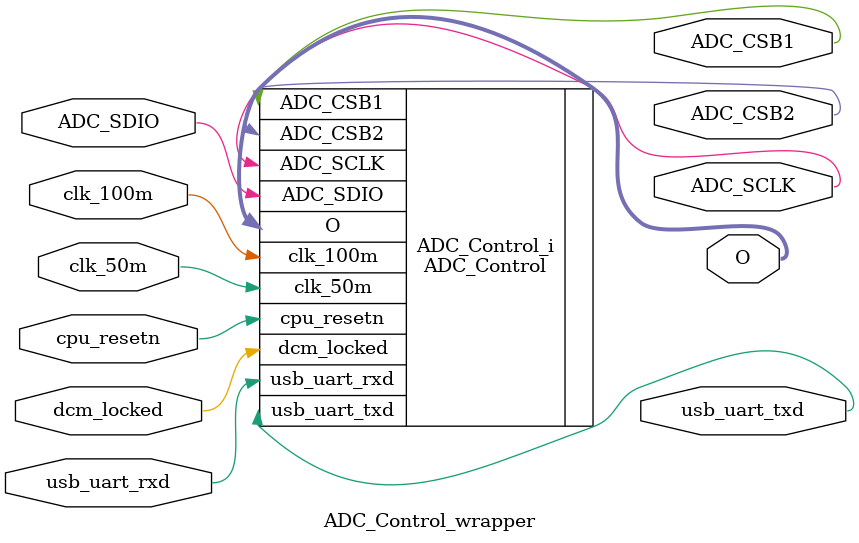
<source format=v>
`timescale 1 ps / 1 ps

module ADC_Control_wrapper
   (ADC_CSB1,
    ADC_CSB2,
    ADC_SCLK,
    ADC_SDIO,
    O,
    clk_100m,
    clk_50m,
    cpu_resetn,
    dcm_locked,
    usb_uart_rxd,
    usb_uart_txd);
  output [0:0]ADC_CSB1;
  output [0:0]ADC_CSB2;
  output ADC_SCLK;
  inout ADC_SDIO;
  output [31:0]O;
  input clk_100m;
  input clk_50m;
  input cpu_resetn;
  input dcm_locked;
  input usb_uart_rxd;
  output usb_uart_txd;

  wire [0:0]ADC_CSB1;
  wire [0:0]ADC_CSB2;
  wire ADC_SCLK;
  wire ADC_SDIO;
  wire [31:0]O;
  wire clk_100m;
  wire clk_50m;
  wire cpu_resetn;
  wire dcm_locked;
  wire usb_uart_rxd;
  wire usb_uart_txd;

  ADC_Control ADC_Control_i
       (.ADC_CSB1(ADC_CSB1),
        .ADC_CSB2(ADC_CSB2),
        .ADC_SCLK(ADC_SCLK),
        .ADC_SDIO(ADC_SDIO),
        .O(O),
        .clk_100m(clk_100m),
        .clk_50m(clk_50m),
        .cpu_resetn(cpu_resetn),
        .dcm_locked(dcm_locked),
        .usb_uart_rxd(usb_uart_rxd),
        .usb_uart_txd(usb_uart_txd));
endmodule

</source>
